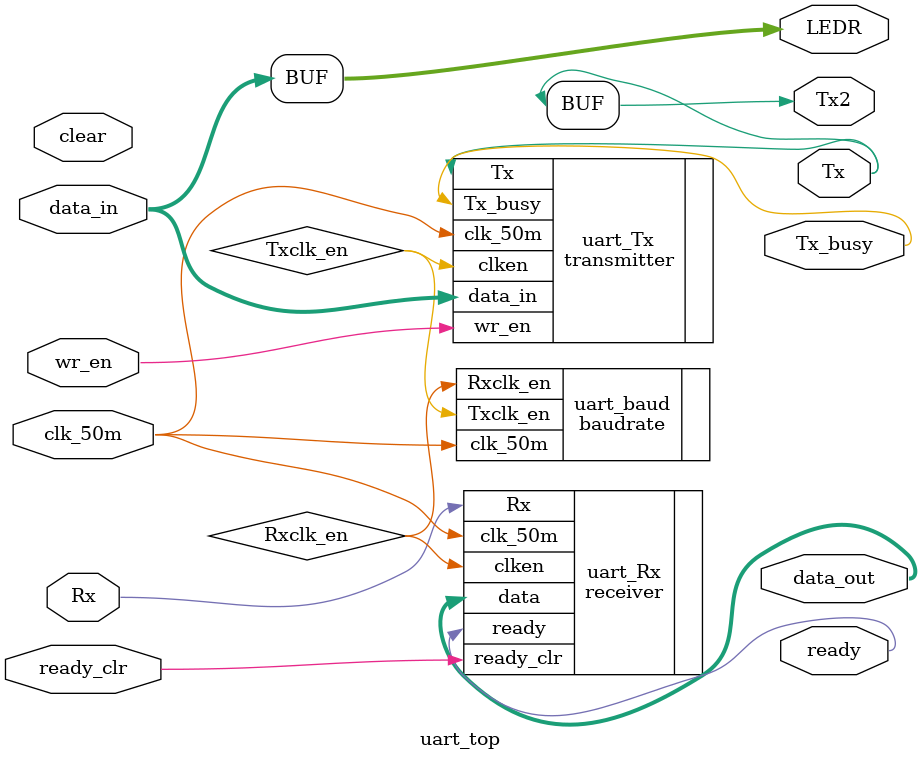
<source format=v>
module uart_top(input wire [7:0] data_in, //input data
				input wire wr_en,
				input wire clear,
				input wire clk_50m,
				output wire Tx,
				output wire Tx_busy,
				input wire Rx,
				output wire ready,
				input wire ready_clr,
				output wire [7:0] data_out,
				output [7:0] LEDR,
				output wire Tx2//output data
				);		
assign LEDR = data_in;
assign Tx2 = Tx;
wire Txclk_en, Rxclk_en;
baudrate uart_baud(	.clk_50m(clk_50m),
							.Rxclk_en(Rxclk_en),
							.Txclk_en(Txclk_en)
							);
transmitter uart_Tx(	.data_in(data_in),
							.wr_en(wr_en),
							.clk_50m(clk_50m),
							.clken(Txclk_en), //We assign Tx clock to enable clock 
							.Tx(Tx),
							.Tx_busy(Tx_busy)
							);
receiver uart_Rx(	.Rx(Rx),
						.ready(ready),
						.ready_clr(ready_clr),
						.clk_50m(clk_50m),
						.clken(Rxclk_en), //We assign Rx clock to enable clock 
						.data(data_out)
						);

endmodule

</source>
